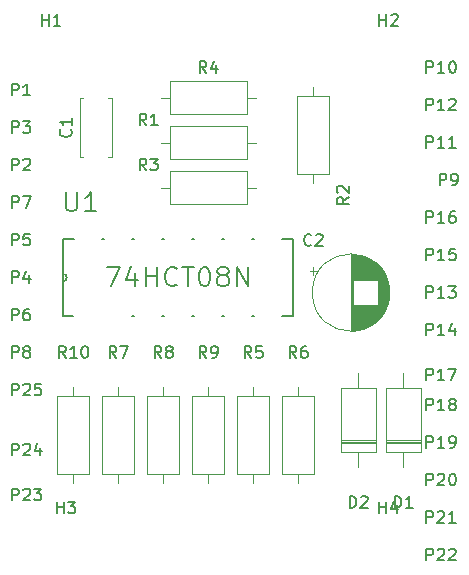
<source format=gbr>
%TF.GenerationSoftware,KiCad,Pcbnew,7.0.8*%
%TF.CreationDate,2023-10-24T07:18:53+02:00*%
%TF.ProjectId,convertisseur-video-atari-2600-secam-kit,636f6e76-6572-4746-9973-736575722d76,rev?*%
%TF.SameCoordinates,Original*%
%TF.FileFunction,Legend,Top*%
%TF.FilePolarity,Positive*%
%FSLAX46Y46*%
G04 Gerber Fmt 4.6, Leading zero omitted, Abs format (unit mm)*
G04 Created by KiCad (PCBNEW 7.0.8) date 2023-10-24 07:18:53*
%MOMM*%
%LPD*%
G01*
G04 APERTURE LIST*
%ADD10C,0.150000*%
%ADD11C,0.120000*%
%ADD12C,0.152400*%
G04 APERTURE END LIST*
D10*
X109688333Y-96289580D02*
X109640714Y-96337200D01*
X109640714Y-96337200D02*
X109497857Y-96384819D01*
X109497857Y-96384819D02*
X109402619Y-96384819D01*
X109402619Y-96384819D02*
X109259762Y-96337200D01*
X109259762Y-96337200D02*
X109164524Y-96241961D01*
X109164524Y-96241961D02*
X109116905Y-96146723D01*
X109116905Y-96146723D02*
X109069286Y-95956247D01*
X109069286Y-95956247D02*
X109069286Y-95813390D01*
X109069286Y-95813390D02*
X109116905Y-95622914D01*
X109116905Y-95622914D02*
X109164524Y-95527676D01*
X109164524Y-95527676D02*
X109259762Y-95432438D01*
X109259762Y-95432438D02*
X109402619Y-95384819D01*
X109402619Y-95384819D02*
X109497857Y-95384819D01*
X109497857Y-95384819D02*
X109640714Y-95432438D01*
X109640714Y-95432438D02*
X109688333Y-95480057D01*
X110069286Y-95480057D02*
X110116905Y-95432438D01*
X110116905Y-95432438D02*
X110212143Y-95384819D01*
X110212143Y-95384819D02*
X110450238Y-95384819D01*
X110450238Y-95384819D02*
X110545476Y-95432438D01*
X110545476Y-95432438D02*
X110593095Y-95480057D01*
X110593095Y-95480057D02*
X110640714Y-95575295D01*
X110640714Y-95575295D02*
X110640714Y-95670533D01*
X110640714Y-95670533D02*
X110593095Y-95813390D01*
X110593095Y-95813390D02*
X110021667Y-96384819D01*
X110021667Y-96384819D02*
X110640714Y-96384819D01*
X86868095Y-77749819D02*
X86868095Y-76749819D01*
X86868095Y-77226009D02*
X87439523Y-77226009D01*
X87439523Y-77749819D02*
X87439523Y-76749819D01*
X88439523Y-77749819D02*
X87868095Y-77749819D01*
X88153809Y-77749819D02*
X88153809Y-76749819D01*
X88153809Y-76749819D02*
X88058571Y-76892676D01*
X88058571Y-76892676D02*
X87963333Y-76987914D01*
X87963333Y-76987914D02*
X87868095Y-77035533D01*
X88138095Y-119024819D02*
X88138095Y-118024819D01*
X88138095Y-118501009D02*
X88709523Y-118501009D01*
X88709523Y-119024819D02*
X88709523Y-118024819D01*
X89090476Y-118024819D02*
X89709523Y-118024819D01*
X89709523Y-118024819D02*
X89376190Y-118405771D01*
X89376190Y-118405771D02*
X89519047Y-118405771D01*
X89519047Y-118405771D02*
X89614285Y-118453390D01*
X89614285Y-118453390D02*
X89661904Y-118501009D01*
X89661904Y-118501009D02*
X89709523Y-118596247D01*
X89709523Y-118596247D02*
X89709523Y-118834342D01*
X89709523Y-118834342D02*
X89661904Y-118929580D01*
X89661904Y-118929580D02*
X89614285Y-118977200D01*
X89614285Y-118977200D02*
X89519047Y-119024819D01*
X89519047Y-119024819D02*
X89233333Y-119024819D01*
X89233333Y-119024819D02*
X89138095Y-118977200D01*
X89138095Y-118977200D02*
X89090476Y-118929580D01*
X84351905Y-105864819D02*
X84351905Y-104864819D01*
X84351905Y-104864819D02*
X84732857Y-104864819D01*
X84732857Y-104864819D02*
X84828095Y-104912438D01*
X84828095Y-104912438D02*
X84875714Y-104960057D01*
X84875714Y-104960057D02*
X84923333Y-105055295D01*
X84923333Y-105055295D02*
X84923333Y-105198152D01*
X84923333Y-105198152D02*
X84875714Y-105293390D01*
X84875714Y-105293390D02*
X84828095Y-105341009D01*
X84828095Y-105341009D02*
X84732857Y-105388628D01*
X84732857Y-105388628D02*
X84351905Y-105388628D01*
X85494762Y-105293390D02*
X85399524Y-105245771D01*
X85399524Y-105245771D02*
X85351905Y-105198152D01*
X85351905Y-105198152D02*
X85304286Y-105102914D01*
X85304286Y-105102914D02*
X85304286Y-105055295D01*
X85304286Y-105055295D02*
X85351905Y-104960057D01*
X85351905Y-104960057D02*
X85399524Y-104912438D01*
X85399524Y-104912438D02*
X85494762Y-104864819D01*
X85494762Y-104864819D02*
X85685238Y-104864819D01*
X85685238Y-104864819D02*
X85780476Y-104912438D01*
X85780476Y-104912438D02*
X85828095Y-104960057D01*
X85828095Y-104960057D02*
X85875714Y-105055295D01*
X85875714Y-105055295D02*
X85875714Y-105102914D01*
X85875714Y-105102914D02*
X85828095Y-105198152D01*
X85828095Y-105198152D02*
X85780476Y-105245771D01*
X85780476Y-105245771D02*
X85685238Y-105293390D01*
X85685238Y-105293390D02*
X85494762Y-105293390D01*
X85494762Y-105293390D02*
X85399524Y-105341009D01*
X85399524Y-105341009D02*
X85351905Y-105388628D01*
X85351905Y-105388628D02*
X85304286Y-105483866D01*
X85304286Y-105483866D02*
X85304286Y-105674342D01*
X85304286Y-105674342D02*
X85351905Y-105769580D01*
X85351905Y-105769580D02*
X85399524Y-105817200D01*
X85399524Y-105817200D02*
X85494762Y-105864819D01*
X85494762Y-105864819D02*
X85685238Y-105864819D01*
X85685238Y-105864819D02*
X85780476Y-105817200D01*
X85780476Y-105817200D02*
X85828095Y-105769580D01*
X85828095Y-105769580D02*
X85875714Y-105674342D01*
X85875714Y-105674342D02*
X85875714Y-105483866D01*
X85875714Y-105483866D02*
X85828095Y-105388628D01*
X85828095Y-105388628D02*
X85780476Y-105341009D01*
X85780476Y-105341009D02*
X85685238Y-105293390D01*
X100798333Y-105864819D02*
X100465000Y-105388628D01*
X100226905Y-105864819D02*
X100226905Y-104864819D01*
X100226905Y-104864819D02*
X100607857Y-104864819D01*
X100607857Y-104864819D02*
X100703095Y-104912438D01*
X100703095Y-104912438D02*
X100750714Y-104960057D01*
X100750714Y-104960057D02*
X100798333Y-105055295D01*
X100798333Y-105055295D02*
X100798333Y-105198152D01*
X100798333Y-105198152D02*
X100750714Y-105293390D01*
X100750714Y-105293390D02*
X100703095Y-105341009D01*
X100703095Y-105341009D02*
X100607857Y-105388628D01*
X100607857Y-105388628D02*
X100226905Y-105388628D01*
X101274524Y-105864819D02*
X101465000Y-105864819D01*
X101465000Y-105864819D02*
X101560238Y-105817200D01*
X101560238Y-105817200D02*
X101607857Y-105769580D01*
X101607857Y-105769580D02*
X101703095Y-105626723D01*
X101703095Y-105626723D02*
X101750714Y-105436247D01*
X101750714Y-105436247D02*
X101750714Y-105055295D01*
X101750714Y-105055295D02*
X101703095Y-104960057D01*
X101703095Y-104960057D02*
X101655476Y-104912438D01*
X101655476Y-104912438D02*
X101560238Y-104864819D01*
X101560238Y-104864819D02*
X101369762Y-104864819D01*
X101369762Y-104864819D02*
X101274524Y-104912438D01*
X101274524Y-104912438D02*
X101226905Y-104960057D01*
X101226905Y-104960057D02*
X101179286Y-105055295D01*
X101179286Y-105055295D02*
X101179286Y-105293390D01*
X101179286Y-105293390D02*
X101226905Y-105388628D01*
X101226905Y-105388628D02*
X101274524Y-105436247D01*
X101274524Y-105436247D02*
X101369762Y-105483866D01*
X101369762Y-105483866D02*
X101560238Y-105483866D01*
X101560238Y-105483866D02*
X101655476Y-105436247D01*
X101655476Y-105436247D02*
X101703095Y-105388628D01*
X101703095Y-105388628D02*
X101750714Y-105293390D01*
X84351905Y-83639819D02*
X84351905Y-82639819D01*
X84351905Y-82639819D02*
X84732857Y-82639819D01*
X84732857Y-82639819D02*
X84828095Y-82687438D01*
X84828095Y-82687438D02*
X84875714Y-82735057D01*
X84875714Y-82735057D02*
X84923333Y-82830295D01*
X84923333Y-82830295D02*
X84923333Y-82973152D01*
X84923333Y-82973152D02*
X84875714Y-83068390D01*
X84875714Y-83068390D02*
X84828095Y-83116009D01*
X84828095Y-83116009D02*
X84732857Y-83163628D01*
X84732857Y-83163628D02*
X84351905Y-83163628D01*
X85875714Y-83639819D02*
X85304286Y-83639819D01*
X85590000Y-83639819D02*
X85590000Y-82639819D01*
X85590000Y-82639819D02*
X85494762Y-82782676D01*
X85494762Y-82782676D02*
X85399524Y-82877914D01*
X85399524Y-82877914D02*
X85304286Y-82925533D01*
X119435714Y-97609819D02*
X119435714Y-96609819D01*
X119435714Y-96609819D02*
X119816666Y-96609819D01*
X119816666Y-96609819D02*
X119911904Y-96657438D01*
X119911904Y-96657438D02*
X119959523Y-96705057D01*
X119959523Y-96705057D02*
X120007142Y-96800295D01*
X120007142Y-96800295D02*
X120007142Y-96943152D01*
X120007142Y-96943152D02*
X119959523Y-97038390D01*
X119959523Y-97038390D02*
X119911904Y-97086009D01*
X119911904Y-97086009D02*
X119816666Y-97133628D01*
X119816666Y-97133628D02*
X119435714Y-97133628D01*
X120959523Y-97609819D02*
X120388095Y-97609819D01*
X120673809Y-97609819D02*
X120673809Y-96609819D01*
X120673809Y-96609819D02*
X120578571Y-96752676D01*
X120578571Y-96752676D02*
X120483333Y-96847914D01*
X120483333Y-96847914D02*
X120388095Y-96895533D01*
X121864285Y-96609819D02*
X121388095Y-96609819D01*
X121388095Y-96609819D02*
X121340476Y-97086009D01*
X121340476Y-97086009D02*
X121388095Y-97038390D01*
X121388095Y-97038390D02*
X121483333Y-96990771D01*
X121483333Y-96990771D02*
X121721428Y-96990771D01*
X121721428Y-96990771D02*
X121816666Y-97038390D01*
X121816666Y-97038390D02*
X121864285Y-97086009D01*
X121864285Y-97086009D02*
X121911904Y-97181247D01*
X121911904Y-97181247D02*
X121911904Y-97419342D01*
X121911904Y-97419342D02*
X121864285Y-97514580D01*
X121864285Y-97514580D02*
X121816666Y-97562200D01*
X121816666Y-97562200D02*
X121721428Y-97609819D01*
X121721428Y-97609819D02*
X121483333Y-97609819D01*
X121483333Y-97609819D02*
X121388095Y-97562200D01*
X121388095Y-97562200D02*
X121340476Y-97514580D01*
X84351905Y-114119819D02*
X84351905Y-113119819D01*
X84351905Y-113119819D02*
X84732857Y-113119819D01*
X84732857Y-113119819D02*
X84828095Y-113167438D01*
X84828095Y-113167438D02*
X84875714Y-113215057D01*
X84875714Y-113215057D02*
X84923333Y-113310295D01*
X84923333Y-113310295D02*
X84923333Y-113453152D01*
X84923333Y-113453152D02*
X84875714Y-113548390D01*
X84875714Y-113548390D02*
X84828095Y-113596009D01*
X84828095Y-113596009D02*
X84732857Y-113643628D01*
X84732857Y-113643628D02*
X84351905Y-113643628D01*
X85304286Y-113215057D02*
X85351905Y-113167438D01*
X85351905Y-113167438D02*
X85447143Y-113119819D01*
X85447143Y-113119819D02*
X85685238Y-113119819D01*
X85685238Y-113119819D02*
X85780476Y-113167438D01*
X85780476Y-113167438D02*
X85828095Y-113215057D01*
X85828095Y-113215057D02*
X85875714Y-113310295D01*
X85875714Y-113310295D02*
X85875714Y-113405533D01*
X85875714Y-113405533D02*
X85828095Y-113548390D01*
X85828095Y-113548390D02*
X85256667Y-114119819D01*
X85256667Y-114119819D02*
X85875714Y-114119819D01*
X86732857Y-113453152D02*
X86732857Y-114119819D01*
X86494762Y-113072200D02*
X86256667Y-113786485D01*
X86256667Y-113786485D02*
X86875714Y-113786485D01*
X84351905Y-86814819D02*
X84351905Y-85814819D01*
X84351905Y-85814819D02*
X84732857Y-85814819D01*
X84732857Y-85814819D02*
X84828095Y-85862438D01*
X84828095Y-85862438D02*
X84875714Y-85910057D01*
X84875714Y-85910057D02*
X84923333Y-86005295D01*
X84923333Y-86005295D02*
X84923333Y-86148152D01*
X84923333Y-86148152D02*
X84875714Y-86243390D01*
X84875714Y-86243390D02*
X84828095Y-86291009D01*
X84828095Y-86291009D02*
X84732857Y-86338628D01*
X84732857Y-86338628D02*
X84351905Y-86338628D01*
X85256667Y-85814819D02*
X85875714Y-85814819D01*
X85875714Y-85814819D02*
X85542381Y-86195771D01*
X85542381Y-86195771D02*
X85685238Y-86195771D01*
X85685238Y-86195771D02*
X85780476Y-86243390D01*
X85780476Y-86243390D02*
X85828095Y-86291009D01*
X85828095Y-86291009D02*
X85875714Y-86386247D01*
X85875714Y-86386247D02*
X85875714Y-86624342D01*
X85875714Y-86624342D02*
X85828095Y-86719580D01*
X85828095Y-86719580D02*
X85780476Y-86767200D01*
X85780476Y-86767200D02*
X85685238Y-86814819D01*
X85685238Y-86814819D02*
X85399524Y-86814819D01*
X85399524Y-86814819D02*
X85304286Y-86767200D01*
X85304286Y-86767200D02*
X85256667Y-86719580D01*
X96988333Y-105864819D02*
X96655000Y-105388628D01*
X96416905Y-105864819D02*
X96416905Y-104864819D01*
X96416905Y-104864819D02*
X96797857Y-104864819D01*
X96797857Y-104864819D02*
X96893095Y-104912438D01*
X96893095Y-104912438D02*
X96940714Y-104960057D01*
X96940714Y-104960057D02*
X96988333Y-105055295D01*
X96988333Y-105055295D02*
X96988333Y-105198152D01*
X96988333Y-105198152D02*
X96940714Y-105293390D01*
X96940714Y-105293390D02*
X96893095Y-105341009D01*
X96893095Y-105341009D02*
X96797857Y-105388628D01*
X96797857Y-105388628D02*
X96416905Y-105388628D01*
X97559762Y-105293390D02*
X97464524Y-105245771D01*
X97464524Y-105245771D02*
X97416905Y-105198152D01*
X97416905Y-105198152D02*
X97369286Y-105102914D01*
X97369286Y-105102914D02*
X97369286Y-105055295D01*
X97369286Y-105055295D02*
X97416905Y-104960057D01*
X97416905Y-104960057D02*
X97464524Y-104912438D01*
X97464524Y-104912438D02*
X97559762Y-104864819D01*
X97559762Y-104864819D02*
X97750238Y-104864819D01*
X97750238Y-104864819D02*
X97845476Y-104912438D01*
X97845476Y-104912438D02*
X97893095Y-104960057D01*
X97893095Y-104960057D02*
X97940714Y-105055295D01*
X97940714Y-105055295D02*
X97940714Y-105102914D01*
X97940714Y-105102914D02*
X97893095Y-105198152D01*
X97893095Y-105198152D02*
X97845476Y-105245771D01*
X97845476Y-105245771D02*
X97750238Y-105293390D01*
X97750238Y-105293390D02*
X97559762Y-105293390D01*
X97559762Y-105293390D02*
X97464524Y-105341009D01*
X97464524Y-105341009D02*
X97416905Y-105388628D01*
X97416905Y-105388628D02*
X97369286Y-105483866D01*
X97369286Y-105483866D02*
X97369286Y-105674342D01*
X97369286Y-105674342D02*
X97416905Y-105769580D01*
X97416905Y-105769580D02*
X97464524Y-105817200D01*
X97464524Y-105817200D02*
X97559762Y-105864819D01*
X97559762Y-105864819D02*
X97750238Y-105864819D01*
X97750238Y-105864819D02*
X97845476Y-105817200D01*
X97845476Y-105817200D02*
X97893095Y-105769580D01*
X97893095Y-105769580D02*
X97940714Y-105674342D01*
X97940714Y-105674342D02*
X97940714Y-105483866D01*
X97940714Y-105483866D02*
X97893095Y-105388628D01*
X97893095Y-105388628D02*
X97845476Y-105341009D01*
X97845476Y-105341009D02*
X97750238Y-105293390D01*
X119435714Y-107769819D02*
X119435714Y-106769819D01*
X119435714Y-106769819D02*
X119816666Y-106769819D01*
X119816666Y-106769819D02*
X119911904Y-106817438D01*
X119911904Y-106817438D02*
X119959523Y-106865057D01*
X119959523Y-106865057D02*
X120007142Y-106960295D01*
X120007142Y-106960295D02*
X120007142Y-107103152D01*
X120007142Y-107103152D02*
X119959523Y-107198390D01*
X119959523Y-107198390D02*
X119911904Y-107246009D01*
X119911904Y-107246009D02*
X119816666Y-107293628D01*
X119816666Y-107293628D02*
X119435714Y-107293628D01*
X120959523Y-107769819D02*
X120388095Y-107769819D01*
X120673809Y-107769819D02*
X120673809Y-106769819D01*
X120673809Y-106769819D02*
X120578571Y-106912676D01*
X120578571Y-106912676D02*
X120483333Y-107007914D01*
X120483333Y-107007914D02*
X120388095Y-107055533D01*
X121292857Y-106769819D02*
X121959523Y-106769819D01*
X121959523Y-106769819D02*
X121530952Y-107769819D01*
X108418333Y-105864819D02*
X108085000Y-105388628D01*
X107846905Y-105864819D02*
X107846905Y-104864819D01*
X107846905Y-104864819D02*
X108227857Y-104864819D01*
X108227857Y-104864819D02*
X108323095Y-104912438D01*
X108323095Y-104912438D02*
X108370714Y-104960057D01*
X108370714Y-104960057D02*
X108418333Y-105055295D01*
X108418333Y-105055295D02*
X108418333Y-105198152D01*
X108418333Y-105198152D02*
X108370714Y-105293390D01*
X108370714Y-105293390D02*
X108323095Y-105341009D01*
X108323095Y-105341009D02*
X108227857Y-105388628D01*
X108227857Y-105388628D02*
X107846905Y-105388628D01*
X109275476Y-104864819D02*
X109085000Y-104864819D01*
X109085000Y-104864819D02*
X108989762Y-104912438D01*
X108989762Y-104912438D02*
X108942143Y-104960057D01*
X108942143Y-104960057D02*
X108846905Y-105102914D01*
X108846905Y-105102914D02*
X108799286Y-105293390D01*
X108799286Y-105293390D02*
X108799286Y-105674342D01*
X108799286Y-105674342D02*
X108846905Y-105769580D01*
X108846905Y-105769580D02*
X108894524Y-105817200D01*
X108894524Y-105817200D02*
X108989762Y-105864819D01*
X108989762Y-105864819D02*
X109180238Y-105864819D01*
X109180238Y-105864819D02*
X109275476Y-105817200D01*
X109275476Y-105817200D02*
X109323095Y-105769580D01*
X109323095Y-105769580D02*
X109370714Y-105674342D01*
X109370714Y-105674342D02*
X109370714Y-105436247D01*
X109370714Y-105436247D02*
X109323095Y-105341009D01*
X109323095Y-105341009D02*
X109275476Y-105293390D01*
X109275476Y-105293390D02*
X109180238Y-105245771D01*
X109180238Y-105245771D02*
X108989762Y-105245771D01*
X108989762Y-105245771D02*
X108894524Y-105293390D01*
X108894524Y-105293390D02*
X108846905Y-105341009D01*
X108846905Y-105341009D02*
X108799286Y-105436247D01*
X95718333Y-89989819D02*
X95385000Y-89513628D01*
X95146905Y-89989819D02*
X95146905Y-88989819D01*
X95146905Y-88989819D02*
X95527857Y-88989819D01*
X95527857Y-88989819D02*
X95623095Y-89037438D01*
X95623095Y-89037438D02*
X95670714Y-89085057D01*
X95670714Y-89085057D02*
X95718333Y-89180295D01*
X95718333Y-89180295D02*
X95718333Y-89323152D01*
X95718333Y-89323152D02*
X95670714Y-89418390D01*
X95670714Y-89418390D02*
X95623095Y-89466009D01*
X95623095Y-89466009D02*
X95527857Y-89513628D01*
X95527857Y-89513628D02*
X95146905Y-89513628D01*
X96051667Y-88989819D02*
X96670714Y-88989819D01*
X96670714Y-88989819D02*
X96337381Y-89370771D01*
X96337381Y-89370771D02*
X96480238Y-89370771D01*
X96480238Y-89370771D02*
X96575476Y-89418390D01*
X96575476Y-89418390D02*
X96623095Y-89466009D01*
X96623095Y-89466009D02*
X96670714Y-89561247D01*
X96670714Y-89561247D02*
X96670714Y-89799342D01*
X96670714Y-89799342D02*
X96623095Y-89894580D01*
X96623095Y-89894580D02*
X96575476Y-89942200D01*
X96575476Y-89942200D02*
X96480238Y-89989819D01*
X96480238Y-89989819D02*
X96194524Y-89989819D01*
X96194524Y-89989819D02*
X96099286Y-89942200D01*
X96099286Y-89942200D02*
X96051667Y-89894580D01*
X119435714Y-100784819D02*
X119435714Y-99784819D01*
X119435714Y-99784819D02*
X119816666Y-99784819D01*
X119816666Y-99784819D02*
X119911904Y-99832438D01*
X119911904Y-99832438D02*
X119959523Y-99880057D01*
X119959523Y-99880057D02*
X120007142Y-99975295D01*
X120007142Y-99975295D02*
X120007142Y-100118152D01*
X120007142Y-100118152D02*
X119959523Y-100213390D01*
X119959523Y-100213390D02*
X119911904Y-100261009D01*
X119911904Y-100261009D02*
X119816666Y-100308628D01*
X119816666Y-100308628D02*
X119435714Y-100308628D01*
X120959523Y-100784819D02*
X120388095Y-100784819D01*
X120673809Y-100784819D02*
X120673809Y-99784819D01*
X120673809Y-99784819D02*
X120578571Y-99927676D01*
X120578571Y-99927676D02*
X120483333Y-100022914D01*
X120483333Y-100022914D02*
X120388095Y-100070533D01*
X121292857Y-99784819D02*
X121911904Y-99784819D01*
X121911904Y-99784819D02*
X121578571Y-100165771D01*
X121578571Y-100165771D02*
X121721428Y-100165771D01*
X121721428Y-100165771D02*
X121816666Y-100213390D01*
X121816666Y-100213390D02*
X121864285Y-100261009D01*
X121864285Y-100261009D02*
X121911904Y-100356247D01*
X121911904Y-100356247D02*
X121911904Y-100594342D01*
X121911904Y-100594342D02*
X121864285Y-100689580D01*
X121864285Y-100689580D02*
X121816666Y-100737200D01*
X121816666Y-100737200D02*
X121721428Y-100784819D01*
X121721428Y-100784819D02*
X121435714Y-100784819D01*
X121435714Y-100784819D02*
X121340476Y-100737200D01*
X121340476Y-100737200D02*
X121292857Y-100689580D01*
X115443095Y-119024819D02*
X115443095Y-118024819D01*
X115443095Y-118501009D02*
X116014523Y-118501009D01*
X116014523Y-119024819D02*
X116014523Y-118024819D01*
X116919285Y-118358152D02*
X116919285Y-119024819D01*
X116681190Y-117977200D02*
X116443095Y-118691485D01*
X116443095Y-118691485D02*
X117062142Y-118691485D01*
X84351905Y-109039819D02*
X84351905Y-108039819D01*
X84351905Y-108039819D02*
X84732857Y-108039819D01*
X84732857Y-108039819D02*
X84828095Y-108087438D01*
X84828095Y-108087438D02*
X84875714Y-108135057D01*
X84875714Y-108135057D02*
X84923333Y-108230295D01*
X84923333Y-108230295D02*
X84923333Y-108373152D01*
X84923333Y-108373152D02*
X84875714Y-108468390D01*
X84875714Y-108468390D02*
X84828095Y-108516009D01*
X84828095Y-108516009D02*
X84732857Y-108563628D01*
X84732857Y-108563628D02*
X84351905Y-108563628D01*
X85304286Y-108135057D02*
X85351905Y-108087438D01*
X85351905Y-108087438D02*
X85447143Y-108039819D01*
X85447143Y-108039819D02*
X85685238Y-108039819D01*
X85685238Y-108039819D02*
X85780476Y-108087438D01*
X85780476Y-108087438D02*
X85828095Y-108135057D01*
X85828095Y-108135057D02*
X85875714Y-108230295D01*
X85875714Y-108230295D02*
X85875714Y-108325533D01*
X85875714Y-108325533D02*
X85828095Y-108468390D01*
X85828095Y-108468390D02*
X85256667Y-109039819D01*
X85256667Y-109039819D02*
X85875714Y-109039819D01*
X86780476Y-108039819D02*
X86304286Y-108039819D01*
X86304286Y-108039819D02*
X86256667Y-108516009D01*
X86256667Y-108516009D02*
X86304286Y-108468390D01*
X86304286Y-108468390D02*
X86399524Y-108420771D01*
X86399524Y-108420771D02*
X86637619Y-108420771D01*
X86637619Y-108420771D02*
X86732857Y-108468390D01*
X86732857Y-108468390D02*
X86780476Y-108516009D01*
X86780476Y-108516009D02*
X86828095Y-108611247D01*
X86828095Y-108611247D02*
X86828095Y-108849342D01*
X86828095Y-108849342D02*
X86780476Y-108944580D01*
X86780476Y-108944580D02*
X86732857Y-108992200D01*
X86732857Y-108992200D02*
X86637619Y-109039819D01*
X86637619Y-109039819D02*
X86399524Y-109039819D01*
X86399524Y-109039819D02*
X86304286Y-108992200D01*
X86304286Y-108992200D02*
X86256667Y-108944580D01*
X88920476Y-91820896D02*
X88920476Y-93148515D01*
X88920476Y-93148515D02*
X88998571Y-93304705D01*
X88998571Y-93304705D02*
X89076666Y-93382801D01*
X89076666Y-93382801D02*
X89232857Y-93460896D01*
X89232857Y-93460896D02*
X89545238Y-93460896D01*
X89545238Y-93460896D02*
X89701428Y-93382801D01*
X89701428Y-93382801D02*
X89779523Y-93304705D01*
X89779523Y-93304705D02*
X89857619Y-93148515D01*
X89857619Y-93148515D02*
X89857619Y-91820896D01*
X91497618Y-93460896D02*
X90560475Y-93460896D01*
X91029047Y-93460896D02*
X91029047Y-91820896D01*
X91029047Y-91820896D02*
X90872856Y-92055181D01*
X90872856Y-92055181D02*
X90716666Y-92211372D01*
X90716666Y-92211372D02*
X90560475Y-92289467D01*
X92372618Y-98170896D02*
X93465952Y-98170896D01*
X93465952Y-98170896D02*
X92763094Y-99810896D01*
X94793571Y-98717562D02*
X94793571Y-99810896D01*
X94403095Y-98092801D02*
X94012618Y-99264229D01*
X94012618Y-99264229D02*
X95027857Y-99264229D01*
X95652619Y-99810896D02*
X95652619Y-98170896D01*
X95652619Y-98951848D02*
X96589762Y-98951848D01*
X96589762Y-99810896D02*
X96589762Y-98170896D01*
X98307857Y-99654705D02*
X98229761Y-99732801D01*
X98229761Y-99732801D02*
X97995476Y-99810896D01*
X97995476Y-99810896D02*
X97839285Y-99810896D01*
X97839285Y-99810896D02*
X97604999Y-99732801D01*
X97604999Y-99732801D02*
X97448809Y-99576610D01*
X97448809Y-99576610D02*
X97370714Y-99420420D01*
X97370714Y-99420420D02*
X97292618Y-99108039D01*
X97292618Y-99108039D02*
X97292618Y-98873753D01*
X97292618Y-98873753D02*
X97370714Y-98561372D01*
X97370714Y-98561372D02*
X97448809Y-98405181D01*
X97448809Y-98405181D02*
X97604999Y-98248991D01*
X97604999Y-98248991D02*
X97839285Y-98170896D01*
X97839285Y-98170896D02*
X97995476Y-98170896D01*
X97995476Y-98170896D02*
X98229761Y-98248991D01*
X98229761Y-98248991D02*
X98307857Y-98327086D01*
X98776428Y-98170896D02*
X99713571Y-98170896D01*
X99244999Y-99810896D02*
X99244999Y-98170896D01*
X100572619Y-98170896D02*
X100728809Y-98170896D01*
X100728809Y-98170896D02*
X100885000Y-98248991D01*
X100885000Y-98248991D02*
X100963095Y-98327086D01*
X100963095Y-98327086D02*
X101041190Y-98483277D01*
X101041190Y-98483277D02*
X101119285Y-98795658D01*
X101119285Y-98795658D02*
X101119285Y-99186134D01*
X101119285Y-99186134D02*
X101041190Y-99498515D01*
X101041190Y-99498515D02*
X100963095Y-99654705D01*
X100963095Y-99654705D02*
X100885000Y-99732801D01*
X100885000Y-99732801D02*
X100728809Y-99810896D01*
X100728809Y-99810896D02*
X100572619Y-99810896D01*
X100572619Y-99810896D02*
X100416428Y-99732801D01*
X100416428Y-99732801D02*
X100338333Y-99654705D01*
X100338333Y-99654705D02*
X100260238Y-99498515D01*
X100260238Y-99498515D02*
X100182142Y-99186134D01*
X100182142Y-99186134D02*
X100182142Y-98795658D01*
X100182142Y-98795658D02*
X100260238Y-98483277D01*
X100260238Y-98483277D02*
X100338333Y-98327086D01*
X100338333Y-98327086D02*
X100416428Y-98248991D01*
X100416428Y-98248991D02*
X100572619Y-98170896D01*
X102056428Y-98873753D02*
X101900238Y-98795658D01*
X101900238Y-98795658D02*
X101822143Y-98717562D01*
X101822143Y-98717562D02*
X101744047Y-98561372D01*
X101744047Y-98561372D02*
X101744047Y-98483277D01*
X101744047Y-98483277D02*
X101822143Y-98327086D01*
X101822143Y-98327086D02*
X101900238Y-98248991D01*
X101900238Y-98248991D02*
X102056428Y-98170896D01*
X102056428Y-98170896D02*
X102368809Y-98170896D01*
X102368809Y-98170896D02*
X102525000Y-98248991D01*
X102525000Y-98248991D02*
X102603095Y-98327086D01*
X102603095Y-98327086D02*
X102681190Y-98483277D01*
X102681190Y-98483277D02*
X102681190Y-98561372D01*
X102681190Y-98561372D02*
X102603095Y-98717562D01*
X102603095Y-98717562D02*
X102525000Y-98795658D01*
X102525000Y-98795658D02*
X102368809Y-98873753D01*
X102368809Y-98873753D02*
X102056428Y-98873753D01*
X102056428Y-98873753D02*
X101900238Y-98951848D01*
X101900238Y-98951848D02*
X101822143Y-99029943D01*
X101822143Y-99029943D02*
X101744047Y-99186134D01*
X101744047Y-99186134D02*
X101744047Y-99498515D01*
X101744047Y-99498515D02*
X101822143Y-99654705D01*
X101822143Y-99654705D02*
X101900238Y-99732801D01*
X101900238Y-99732801D02*
X102056428Y-99810896D01*
X102056428Y-99810896D02*
X102368809Y-99810896D01*
X102368809Y-99810896D02*
X102525000Y-99732801D01*
X102525000Y-99732801D02*
X102603095Y-99654705D01*
X102603095Y-99654705D02*
X102681190Y-99498515D01*
X102681190Y-99498515D02*
X102681190Y-99186134D01*
X102681190Y-99186134D02*
X102603095Y-99029943D01*
X102603095Y-99029943D02*
X102525000Y-98951848D01*
X102525000Y-98951848D02*
X102368809Y-98873753D01*
X103384048Y-99810896D02*
X103384048Y-98170896D01*
X103384048Y-98170896D02*
X104321191Y-99810896D01*
X104321191Y-99810896D02*
X104321191Y-98170896D01*
X119435714Y-123009819D02*
X119435714Y-122009819D01*
X119435714Y-122009819D02*
X119816666Y-122009819D01*
X119816666Y-122009819D02*
X119911904Y-122057438D01*
X119911904Y-122057438D02*
X119959523Y-122105057D01*
X119959523Y-122105057D02*
X120007142Y-122200295D01*
X120007142Y-122200295D02*
X120007142Y-122343152D01*
X120007142Y-122343152D02*
X119959523Y-122438390D01*
X119959523Y-122438390D02*
X119911904Y-122486009D01*
X119911904Y-122486009D02*
X119816666Y-122533628D01*
X119816666Y-122533628D02*
X119435714Y-122533628D01*
X120388095Y-122105057D02*
X120435714Y-122057438D01*
X120435714Y-122057438D02*
X120530952Y-122009819D01*
X120530952Y-122009819D02*
X120769047Y-122009819D01*
X120769047Y-122009819D02*
X120864285Y-122057438D01*
X120864285Y-122057438D02*
X120911904Y-122105057D01*
X120911904Y-122105057D02*
X120959523Y-122200295D01*
X120959523Y-122200295D02*
X120959523Y-122295533D01*
X120959523Y-122295533D02*
X120911904Y-122438390D01*
X120911904Y-122438390D02*
X120340476Y-123009819D01*
X120340476Y-123009819D02*
X120959523Y-123009819D01*
X121340476Y-122105057D02*
X121388095Y-122057438D01*
X121388095Y-122057438D02*
X121483333Y-122009819D01*
X121483333Y-122009819D02*
X121721428Y-122009819D01*
X121721428Y-122009819D02*
X121816666Y-122057438D01*
X121816666Y-122057438D02*
X121864285Y-122105057D01*
X121864285Y-122105057D02*
X121911904Y-122200295D01*
X121911904Y-122200295D02*
X121911904Y-122295533D01*
X121911904Y-122295533D02*
X121864285Y-122438390D01*
X121864285Y-122438390D02*
X121292857Y-123009819D01*
X121292857Y-123009819D02*
X121911904Y-123009819D01*
X104608333Y-105864819D02*
X104275000Y-105388628D01*
X104036905Y-105864819D02*
X104036905Y-104864819D01*
X104036905Y-104864819D02*
X104417857Y-104864819D01*
X104417857Y-104864819D02*
X104513095Y-104912438D01*
X104513095Y-104912438D02*
X104560714Y-104960057D01*
X104560714Y-104960057D02*
X104608333Y-105055295D01*
X104608333Y-105055295D02*
X104608333Y-105198152D01*
X104608333Y-105198152D02*
X104560714Y-105293390D01*
X104560714Y-105293390D02*
X104513095Y-105341009D01*
X104513095Y-105341009D02*
X104417857Y-105388628D01*
X104417857Y-105388628D02*
X104036905Y-105388628D01*
X105513095Y-104864819D02*
X105036905Y-104864819D01*
X105036905Y-104864819D02*
X104989286Y-105341009D01*
X104989286Y-105341009D02*
X105036905Y-105293390D01*
X105036905Y-105293390D02*
X105132143Y-105245771D01*
X105132143Y-105245771D02*
X105370238Y-105245771D01*
X105370238Y-105245771D02*
X105465476Y-105293390D01*
X105465476Y-105293390D02*
X105513095Y-105341009D01*
X105513095Y-105341009D02*
X105560714Y-105436247D01*
X105560714Y-105436247D02*
X105560714Y-105674342D01*
X105560714Y-105674342D02*
X105513095Y-105769580D01*
X105513095Y-105769580D02*
X105465476Y-105817200D01*
X105465476Y-105817200D02*
X105370238Y-105864819D01*
X105370238Y-105864819D02*
X105132143Y-105864819D01*
X105132143Y-105864819D02*
X105036905Y-105817200D01*
X105036905Y-105817200D02*
X104989286Y-105769580D01*
X95718333Y-86179819D02*
X95385000Y-85703628D01*
X95146905Y-86179819D02*
X95146905Y-85179819D01*
X95146905Y-85179819D02*
X95527857Y-85179819D01*
X95527857Y-85179819D02*
X95623095Y-85227438D01*
X95623095Y-85227438D02*
X95670714Y-85275057D01*
X95670714Y-85275057D02*
X95718333Y-85370295D01*
X95718333Y-85370295D02*
X95718333Y-85513152D01*
X95718333Y-85513152D02*
X95670714Y-85608390D01*
X95670714Y-85608390D02*
X95623095Y-85656009D01*
X95623095Y-85656009D02*
X95527857Y-85703628D01*
X95527857Y-85703628D02*
X95146905Y-85703628D01*
X96670714Y-86179819D02*
X96099286Y-86179819D01*
X96385000Y-86179819D02*
X96385000Y-85179819D01*
X96385000Y-85179819D02*
X96289762Y-85322676D01*
X96289762Y-85322676D02*
X96194524Y-85417914D01*
X96194524Y-85417914D02*
X96099286Y-85465533D01*
X89299580Y-86526666D02*
X89347200Y-86574285D01*
X89347200Y-86574285D02*
X89394819Y-86717142D01*
X89394819Y-86717142D02*
X89394819Y-86812380D01*
X89394819Y-86812380D02*
X89347200Y-86955237D01*
X89347200Y-86955237D02*
X89251961Y-87050475D01*
X89251961Y-87050475D02*
X89156723Y-87098094D01*
X89156723Y-87098094D02*
X88966247Y-87145713D01*
X88966247Y-87145713D02*
X88823390Y-87145713D01*
X88823390Y-87145713D02*
X88632914Y-87098094D01*
X88632914Y-87098094D02*
X88537676Y-87050475D01*
X88537676Y-87050475D02*
X88442438Y-86955237D01*
X88442438Y-86955237D02*
X88394819Y-86812380D01*
X88394819Y-86812380D02*
X88394819Y-86717142D01*
X88394819Y-86717142D02*
X88442438Y-86574285D01*
X88442438Y-86574285D02*
X88490057Y-86526666D01*
X89394819Y-85574285D02*
X89394819Y-86145713D01*
X89394819Y-85859999D02*
X88394819Y-85859999D01*
X88394819Y-85859999D02*
X88537676Y-85955237D01*
X88537676Y-85955237D02*
X88632914Y-86050475D01*
X88632914Y-86050475D02*
X88680533Y-86145713D01*
X84351905Y-96339819D02*
X84351905Y-95339819D01*
X84351905Y-95339819D02*
X84732857Y-95339819D01*
X84732857Y-95339819D02*
X84828095Y-95387438D01*
X84828095Y-95387438D02*
X84875714Y-95435057D01*
X84875714Y-95435057D02*
X84923333Y-95530295D01*
X84923333Y-95530295D02*
X84923333Y-95673152D01*
X84923333Y-95673152D02*
X84875714Y-95768390D01*
X84875714Y-95768390D02*
X84828095Y-95816009D01*
X84828095Y-95816009D02*
X84732857Y-95863628D01*
X84732857Y-95863628D02*
X84351905Y-95863628D01*
X85828095Y-95339819D02*
X85351905Y-95339819D01*
X85351905Y-95339819D02*
X85304286Y-95816009D01*
X85304286Y-95816009D02*
X85351905Y-95768390D01*
X85351905Y-95768390D02*
X85447143Y-95720771D01*
X85447143Y-95720771D02*
X85685238Y-95720771D01*
X85685238Y-95720771D02*
X85780476Y-95768390D01*
X85780476Y-95768390D02*
X85828095Y-95816009D01*
X85828095Y-95816009D02*
X85875714Y-95911247D01*
X85875714Y-95911247D02*
X85875714Y-96149342D01*
X85875714Y-96149342D02*
X85828095Y-96244580D01*
X85828095Y-96244580D02*
X85780476Y-96292200D01*
X85780476Y-96292200D02*
X85685238Y-96339819D01*
X85685238Y-96339819D02*
X85447143Y-96339819D01*
X85447143Y-96339819D02*
X85351905Y-96292200D01*
X85351905Y-96292200D02*
X85304286Y-96244580D01*
X119435714Y-81734819D02*
X119435714Y-80734819D01*
X119435714Y-80734819D02*
X119816666Y-80734819D01*
X119816666Y-80734819D02*
X119911904Y-80782438D01*
X119911904Y-80782438D02*
X119959523Y-80830057D01*
X119959523Y-80830057D02*
X120007142Y-80925295D01*
X120007142Y-80925295D02*
X120007142Y-81068152D01*
X120007142Y-81068152D02*
X119959523Y-81163390D01*
X119959523Y-81163390D02*
X119911904Y-81211009D01*
X119911904Y-81211009D02*
X119816666Y-81258628D01*
X119816666Y-81258628D02*
X119435714Y-81258628D01*
X120959523Y-81734819D02*
X120388095Y-81734819D01*
X120673809Y-81734819D02*
X120673809Y-80734819D01*
X120673809Y-80734819D02*
X120578571Y-80877676D01*
X120578571Y-80877676D02*
X120483333Y-80972914D01*
X120483333Y-80972914D02*
X120388095Y-81020533D01*
X121578571Y-80734819D02*
X121673809Y-80734819D01*
X121673809Y-80734819D02*
X121769047Y-80782438D01*
X121769047Y-80782438D02*
X121816666Y-80830057D01*
X121816666Y-80830057D02*
X121864285Y-80925295D01*
X121864285Y-80925295D02*
X121911904Y-81115771D01*
X121911904Y-81115771D02*
X121911904Y-81353866D01*
X121911904Y-81353866D02*
X121864285Y-81544342D01*
X121864285Y-81544342D02*
X121816666Y-81639580D01*
X121816666Y-81639580D02*
X121769047Y-81687200D01*
X121769047Y-81687200D02*
X121673809Y-81734819D01*
X121673809Y-81734819D02*
X121578571Y-81734819D01*
X121578571Y-81734819D02*
X121483333Y-81687200D01*
X121483333Y-81687200D02*
X121435714Y-81639580D01*
X121435714Y-81639580D02*
X121388095Y-81544342D01*
X121388095Y-81544342D02*
X121340476Y-81353866D01*
X121340476Y-81353866D02*
X121340476Y-81115771D01*
X121340476Y-81115771D02*
X121388095Y-80925295D01*
X121388095Y-80925295D02*
X121435714Y-80830057D01*
X121435714Y-80830057D02*
X121483333Y-80782438D01*
X121483333Y-80782438D02*
X121578571Y-80734819D01*
X119435714Y-110309819D02*
X119435714Y-109309819D01*
X119435714Y-109309819D02*
X119816666Y-109309819D01*
X119816666Y-109309819D02*
X119911904Y-109357438D01*
X119911904Y-109357438D02*
X119959523Y-109405057D01*
X119959523Y-109405057D02*
X120007142Y-109500295D01*
X120007142Y-109500295D02*
X120007142Y-109643152D01*
X120007142Y-109643152D02*
X119959523Y-109738390D01*
X119959523Y-109738390D02*
X119911904Y-109786009D01*
X119911904Y-109786009D02*
X119816666Y-109833628D01*
X119816666Y-109833628D02*
X119435714Y-109833628D01*
X120959523Y-110309819D02*
X120388095Y-110309819D01*
X120673809Y-110309819D02*
X120673809Y-109309819D01*
X120673809Y-109309819D02*
X120578571Y-109452676D01*
X120578571Y-109452676D02*
X120483333Y-109547914D01*
X120483333Y-109547914D02*
X120388095Y-109595533D01*
X121530952Y-109738390D02*
X121435714Y-109690771D01*
X121435714Y-109690771D02*
X121388095Y-109643152D01*
X121388095Y-109643152D02*
X121340476Y-109547914D01*
X121340476Y-109547914D02*
X121340476Y-109500295D01*
X121340476Y-109500295D02*
X121388095Y-109405057D01*
X121388095Y-109405057D02*
X121435714Y-109357438D01*
X121435714Y-109357438D02*
X121530952Y-109309819D01*
X121530952Y-109309819D02*
X121721428Y-109309819D01*
X121721428Y-109309819D02*
X121816666Y-109357438D01*
X121816666Y-109357438D02*
X121864285Y-109405057D01*
X121864285Y-109405057D02*
X121911904Y-109500295D01*
X121911904Y-109500295D02*
X121911904Y-109547914D01*
X121911904Y-109547914D02*
X121864285Y-109643152D01*
X121864285Y-109643152D02*
X121816666Y-109690771D01*
X121816666Y-109690771D02*
X121721428Y-109738390D01*
X121721428Y-109738390D02*
X121530952Y-109738390D01*
X121530952Y-109738390D02*
X121435714Y-109786009D01*
X121435714Y-109786009D02*
X121388095Y-109833628D01*
X121388095Y-109833628D02*
X121340476Y-109928866D01*
X121340476Y-109928866D02*
X121340476Y-110119342D01*
X121340476Y-110119342D02*
X121388095Y-110214580D01*
X121388095Y-110214580D02*
X121435714Y-110262200D01*
X121435714Y-110262200D02*
X121530952Y-110309819D01*
X121530952Y-110309819D02*
X121721428Y-110309819D01*
X121721428Y-110309819D02*
X121816666Y-110262200D01*
X121816666Y-110262200D02*
X121864285Y-110214580D01*
X121864285Y-110214580D02*
X121911904Y-110119342D01*
X121911904Y-110119342D02*
X121911904Y-109928866D01*
X121911904Y-109928866D02*
X121864285Y-109833628D01*
X121864285Y-109833628D02*
X121816666Y-109786009D01*
X121816666Y-109786009D02*
X121721428Y-109738390D01*
X119435714Y-103959819D02*
X119435714Y-102959819D01*
X119435714Y-102959819D02*
X119816666Y-102959819D01*
X119816666Y-102959819D02*
X119911904Y-103007438D01*
X119911904Y-103007438D02*
X119959523Y-103055057D01*
X119959523Y-103055057D02*
X120007142Y-103150295D01*
X120007142Y-103150295D02*
X120007142Y-103293152D01*
X120007142Y-103293152D02*
X119959523Y-103388390D01*
X119959523Y-103388390D02*
X119911904Y-103436009D01*
X119911904Y-103436009D02*
X119816666Y-103483628D01*
X119816666Y-103483628D02*
X119435714Y-103483628D01*
X120959523Y-103959819D02*
X120388095Y-103959819D01*
X120673809Y-103959819D02*
X120673809Y-102959819D01*
X120673809Y-102959819D02*
X120578571Y-103102676D01*
X120578571Y-103102676D02*
X120483333Y-103197914D01*
X120483333Y-103197914D02*
X120388095Y-103245533D01*
X121816666Y-103293152D02*
X121816666Y-103959819D01*
X121578571Y-102912200D02*
X121340476Y-103626485D01*
X121340476Y-103626485D02*
X121959523Y-103626485D01*
X84351905Y-93164819D02*
X84351905Y-92164819D01*
X84351905Y-92164819D02*
X84732857Y-92164819D01*
X84732857Y-92164819D02*
X84828095Y-92212438D01*
X84828095Y-92212438D02*
X84875714Y-92260057D01*
X84875714Y-92260057D02*
X84923333Y-92355295D01*
X84923333Y-92355295D02*
X84923333Y-92498152D01*
X84923333Y-92498152D02*
X84875714Y-92593390D01*
X84875714Y-92593390D02*
X84828095Y-92641009D01*
X84828095Y-92641009D02*
X84732857Y-92688628D01*
X84732857Y-92688628D02*
X84351905Y-92688628D01*
X85256667Y-92164819D02*
X85923333Y-92164819D01*
X85923333Y-92164819D02*
X85494762Y-93164819D01*
X119435714Y-113484819D02*
X119435714Y-112484819D01*
X119435714Y-112484819D02*
X119816666Y-112484819D01*
X119816666Y-112484819D02*
X119911904Y-112532438D01*
X119911904Y-112532438D02*
X119959523Y-112580057D01*
X119959523Y-112580057D02*
X120007142Y-112675295D01*
X120007142Y-112675295D02*
X120007142Y-112818152D01*
X120007142Y-112818152D02*
X119959523Y-112913390D01*
X119959523Y-112913390D02*
X119911904Y-112961009D01*
X119911904Y-112961009D02*
X119816666Y-113008628D01*
X119816666Y-113008628D02*
X119435714Y-113008628D01*
X120959523Y-113484819D02*
X120388095Y-113484819D01*
X120673809Y-113484819D02*
X120673809Y-112484819D01*
X120673809Y-112484819D02*
X120578571Y-112627676D01*
X120578571Y-112627676D02*
X120483333Y-112722914D01*
X120483333Y-112722914D02*
X120388095Y-112770533D01*
X121435714Y-113484819D02*
X121626190Y-113484819D01*
X121626190Y-113484819D02*
X121721428Y-113437200D01*
X121721428Y-113437200D02*
X121769047Y-113389580D01*
X121769047Y-113389580D02*
X121864285Y-113246723D01*
X121864285Y-113246723D02*
X121911904Y-113056247D01*
X121911904Y-113056247D02*
X121911904Y-112675295D01*
X121911904Y-112675295D02*
X121864285Y-112580057D01*
X121864285Y-112580057D02*
X121816666Y-112532438D01*
X121816666Y-112532438D02*
X121721428Y-112484819D01*
X121721428Y-112484819D02*
X121530952Y-112484819D01*
X121530952Y-112484819D02*
X121435714Y-112532438D01*
X121435714Y-112532438D02*
X121388095Y-112580057D01*
X121388095Y-112580057D02*
X121340476Y-112675295D01*
X121340476Y-112675295D02*
X121340476Y-112913390D01*
X121340476Y-112913390D02*
X121388095Y-113008628D01*
X121388095Y-113008628D02*
X121435714Y-113056247D01*
X121435714Y-113056247D02*
X121530952Y-113103866D01*
X121530952Y-113103866D02*
X121721428Y-113103866D01*
X121721428Y-113103866D02*
X121816666Y-113056247D01*
X121816666Y-113056247D02*
X121864285Y-113008628D01*
X121864285Y-113008628D02*
X121911904Y-112913390D01*
X119435714Y-94434819D02*
X119435714Y-93434819D01*
X119435714Y-93434819D02*
X119816666Y-93434819D01*
X119816666Y-93434819D02*
X119911904Y-93482438D01*
X119911904Y-93482438D02*
X119959523Y-93530057D01*
X119959523Y-93530057D02*
X120007142Y-93625295D01*
X120007142Y-93625295D02*
X120007142Y-93768152D01*
X120007142Y-93768152D02*
X119959523Y-93863390D01*
X119959523Y-93863390D02*
X119911904Y-93911009D01*
X119911904Y-93911009D02*
X119816666Y-93958628D01*
X119816666Y-93958628D02*
X119435714Y-93958628D01*
X120959523Y-94434819D02*
X120388095Y-94434819D01*
X120673809Y-94434819D02*
X120673809Y-93434819D01*
X120673809Y-93434819D02*
X120578571Y-93577676D01*
X120578571Y-93577676D02*
X120483333Y-93672914D01*
X120483333Y-93672914D02*
X120388095Y-93720533D01*
X121816666Y-93434819D02*
X121626190Y-93434819D01*
X121626190Y-93434819D02*
X121530952Y-93482438D01*
X121530952Y-93482438D02*
X121483333Y-93530057D01*
X121483333Y-93530057D02*
X121388095Y-93672914D01*
X121388095Y-93672914D02*
X121340476Y-93863390D01*
X121340476Y-93863390D02*
X121340476Y-94244342D01*
X121340476Y-94244342D02*
X121388095Y-94339580D01*
X121388095Y-94339580D02*
X121435714Y-94387200D01*
X121435714Y-94387200D02*
X121530952Y-94434819D01*
X121530952Y-94434819D02*
X121721428Y-94434819D01*
X121721428Y-94434819D02*
X121816666Y-94387200D01*
X121816666Y-94387200D02*
X121864285Y-94339580D01*
X121864285Y-94339580D02*
X121911904Y-94244342D01*
X121911904Y-94244342D02*
X121911904Y-94006247D01*
X121911904Y-94006247D02*
X121864285Y-93911009D01*
X121864285Y-93911009D02*
X121816666Y-93863390D01*
X121816666Y-93863390D02*
X121721428Y-93815771D01*
X121721428Y-93815771D02*
X121530952Y-93815771D01*
X121530952Y-93815771D02*
X121435714Y-93863390D01*
X121435714Y-93863390D02*
X121388095Y-93911009D01*
X121388095Y-93911009D02*
X121340476Y-94006247D01*
X84351905Y-102689819D02*
X84351905Y-101689819D01*
X84351905Y-101689819D02*
X84732857Y-101689819D01*
X84732857Y-101689819D02*
X84828095Y-101737438D01*
X84828095Y-101737438D02*
X84875714Y-101785057D01*
X84875714Y-101785057D02*
X84923333Y-101880295D01*
X84923333Y-101880295D02*
X84923333Y-102023152D01*
X84923333Y-102023152D02*
X84875714Y-102118390D01*
X84875714Y-102118390D02*
X84828095Y-102166009D01*
X84828095Y-102166009D02*
X84732857Y-102213628D01*
X84732857Y-102213628D02*
X84351905Y-102213628D01*
X85780476Y-101689819D02*
X85590000Y-101689819D01*
X85590000Y-101689819D02*
X85494762Y-101737438D01*
X85494762Y-101737438D02*
X85447143Y-101785057D01*
X85447143Y-101785057D02*
X85351905Y-101927914D01*
X85351905Y-101927914D02*
X85304286Y-102118390D01*
X85304286Y-102118390D02*
X85304286Y-102499342D01*
X85304286Y-102499342D02*
X85351905Y-102594580D01*
X85351905Y-102594580D02*
X85399524Y-102642200D01*
X85399524Y-102642200D02*
X85494762Y-102689819D01*
X85494762Y-102689819D02*
X85685238Y-102689819D01*
X85685238Y-102689819D02*
X85780476Y-102642200D01*
X85780476Y-102642200D02*
X85828095Y-102594580D01*
X85828095Y-102594580D02*
X85875714Y-102499342D01*
X85875714Y-102499342D02*
X85875714Y-102261247D01*
X85875714Y-102261247D02*
X85828095Y-102166009D01*
X85828095Y-102166009D02*
X85780476Y-102118390D01*
X85780476Y-102118390D02*
X85685238Y-102070771D01*
X85685238Y-102070771D02*
X85494762Y-102070771D01*
X85494762Y-102070771D02*
X85399524Y-102118390D01*
X85399524Y-102118390D02*
X85351905Y-102166009D01*
X85351905Y-102166009D02*
X85304286Y-102261247D01*
X112926905Y-118564819D02*
X112926905Y-117564819D01*
X112926905Y-117564819D02*
X113165000Y-117564819D01*
X113165000Y-117564819D02*
X113307857Y-117612438D01*
X113307857Y-117612438D02*
X113403095Y-117707676D01*
X113403095Y-117707676D02*
X113450714Y-117802914D01*
X113450714Y-117802914D02*
X113498333Y-117993390D01*
X113498333Y-117993390D02*
X113498333Y-118136247D01*
X113498333Y-118136247D02*
X113450714Y-118326723D01*
X113450714Y-118326723D02*
X113403095Y-118421961D01*
X113403095Y-118421961D02*
X113307857Y-118517200D01*
X113307857Y-118517200D02*
X113165000Y-118564819D01*
X113165000Y-118564819D02*
X112926905Y-118564819D01*
X113879286Y-117660057D02*
X113926905Y-117612438D01*
X113926905Y-117612438D02*
X114022143Y-117564819D01*
X114022143Y-117564819D02*
X114260238Y-117564819D01*
X114260238Y-117564819D02*
X114355476Y-117612438D01*
X114355476Y-117612438D02*
X114403095Y-117660057D01*
X114403095Y-117660057D02*
X114450714Y-117755295D01*
X114450714Y-117755295D02*
X114450714Y-117850533D01*
X114450714Y-117850533D02*
X114403095Y-117993390D01*
X114403095Y-117993390D02*
X113831667Y-118564819D01*
X113831667Y-118564819D02*
X114450714Y-118564819D01*
X100798333Y-81734819D02*
X100465000Y-81258628D01*
X100226905Y-81734819D02*
X100226905Y-80734819D01*
X100226905Y-80734819D02*
X100607857Y-80734819D01*
X100607857Y-80734819D02*
X100703095Y-80782438D01*
X100703095Y-80782438D02*
X100750714Y-80830057D01*
X100750714Y-80830057D02*
X100798333Y-80925295D01*
X100798333Y-80925295D02*
X100798333Y-81068152D01*
X100798333Y-81068152D02*
X100750714Y-81163390D01*
X100750714Y-81163390D02*
X100703095Y-81211009D01*
X100703095Y-81211009D02*
X100607857Y-81258628D01*
X100607857Y-81258628D02*
X100226905Y-81258628D01*
X101655476Y-81068152D02*
X101655476Y-81734819D01*
X101417381Y-80687200D02*
X101179286Y-81401485D01*
X101179286Y-81401485D02*
X101798333Y-81401485D01*
X84351905Y-89989819D02*
X84351905Y-88989819D01*
X84351905Y-88989819D02*
X84732857Y-88989819D01*
X84732857Y-88989819D02*
X84828095Y-89037438D01*
X84828095Y-89037438D02*
X84875714Y-89085057D01*
X84875714Y-89085057D02*
X84923333Y-89180295D01*
X84923333Y-89180295D02*
X84923333Y-89323152D01*
X84923333Y-89323152D02*
X84875714Y-89418390D01*
X84875714Y-89418390D02*
X84828095Y-89466009D01*
X84828095Y-89466009D02*
X84732857Y-89513628D01*
X84732857Y-89513628D02*
X84351905Y-89513628D01*
X85304286Y-89085057D02*
X85351905Y-89037438D01*
X85351905Y-89037438D02*
X85447143Y-88989819D01*
X85447143Y-88989819D02*
X85685238Y-88989819D01*
X85685238Y-88989819D02*
X85780476Y-89037438D01*
X85780476Y-89037438D02*
X85828095Y-89085057D01*
X85828095Y-89085057D02*
X85875714Y-89180295D01*
X85875714Y-89180295D02*
X85875714Y-89275533D01*
X85875714Y-89275533D02*
X85828095Y-89418390D01*
X85828095Y-89418390D02*
X85256667Y-89989819D01*
X85256667Y-89989819D02*
X85875714Y-89989819D01*
X84351905Y-117929819D02*
X84351905Y-116929819D01*
X84351905Y-116929819D02*
X84732857Y-116929819D01*
X84732857Y-116929819D02*
X84828095Y-116977438D01*
X84828095Y-116977438D02*
X84875714Y-117025057D01*
X84875714Y-117025057D02*
X84923333Y-117120295D01*
X84923333Y-117120295D02*
X84923333Y-117263152D01*
X84923333Y-117263152D02*
X84875714Y-117358390D01*
X84875714Y-117358390D02*
X84828095Y-117406009D01*
X84828095Y-117406009D02*
X84732857Y-117453628D01*
X84732857Y-117453628D02*
X84351905Y-117453628D01*
X85304286Y-117025057D02*
X85351905Y-116977438D01*
X85351905Y-116977438D02*
X85447143Y-116929819D01*
X85447143Y-116929819D02*
X85685238Y-116929819D01*
X85685238Y-116929819D02*
X85780476Y-116977438D01*
X85780476Y-116977438D02*
X85828095Y-117025057D01*
X85828095Y-117025057D02*
X85875714Y-117120295D01*
X85875714Y-117120295D02*
X85875714Y-117215533D01*
X85875714Y-117215533D02*
X85828095Y-117358390D01*
X85828095Y-117358390D02*
X85256667Y-117929819D01*
X85256667Y-117929819D02*
X85875714Y-117929819D01*
X86209048Y-116929819D02*
X86828095Y-116929819D01*
X86828095Y-116929819D02*
X86494762Y-117310771D01*
X86494762Y-117310771D02*
X86637619Y-117310771D01*
X86637619Y-117310771D02*
X86732857Y-117358390D01*
X86732857Y-117358390D02*
X86780476Y-117406009D01*
X86780476Y-117406009D02*
X86828095Y-117501247D01*
X86828095Y-117501247D02*
X86828095Y-117739342D01*
X86828095Y-117739342D02*
X86780476Y-117834580D01*
X86780476Y-117834580D02*
X86732857Y-117882200D01*
X86732857Y-117882200D02*
X86637619Y-117929819D01*
X86637619Y-117929819D02*
X86351905Y-117929819D01*
X86351905Y-117929819D02*
X86256667Y-117882200D01*
X86256667Y-117882200D02*
X86209048Y-117834580D01*
X84351905Y-99514819D02*
X84351905Y-98514819D01*
X84351905Y-98514819D02*
X84732857Y-98514819D01*
X84732857Y-98514819D02*
X84828095Y-98562438D01*
X84828095Y-98562438D02*
X84875714Y-98610057D01*
X84875714Y-98610057D02*
X84923333Y-98705295D01*
X84923333Y-98705295D02*
X84923333Y-98848152D01*
X84923333Y-98848152D02*
X84875714Y-98943390D01*
X84875714Y-98943390D02*
X84828095Y-98991009D01*
X84828095Y-98991009D02*
X84732857Y-99038628D01*
X84732857Y-99038628D02*
X84351905Y-99038628D01*
X85780476Y-98848152D02*
X85780476Y-99514819D01*
X85542381Y-98467200D02*
X85304286Y-99181485D01*
X85304286Y-99181485D02*
X85923333Y-99181485D01*
X116736905Y-118564819D02*
X116736905Y-117564819D01*
X116736905Y-117564819D02*
X116975000Y-117564819D01*
X116975000Y-117564819D02*
X117117857Y-117612438D01*
X117117857Y-117612438D02*
X117213095Y-117707676D01*
X117213095Y-117707676D02*
X117260714Y-117802914D01*
X117260714Y-117802914D02*
X117308333Y-117993390D01*
X117308333Y-117993390D02*
X117308333Y-118136247D01*
X117308333Y-118136247D02*
X117260714Y-118326723D01*
X117260714Y-118326723D02*
X117213095Y-118421961D01*
X117213095Y-118421961D02*
X117117857Y-118517200D01*
X117117857Y-118517200D02*
X116975000Y-118564819D01*
X116975000Y-118564819D02*
X116736905Y-118564819D01*
X118260714Y-118564819D02*
X117689286Y-118564819D01*
X117975000Y-118564819D02*
X117975000Y-117564819D01*
X117975000Y-117564819D02*
X117879762Y-117707676D01*
X117879762Y-117707676D02*
X117784524Y-117802914D01*
X117784524Y-117802914D02*
X117689286Y-117850533D01*
X112849819Y-92241666D02*
X112373628Y-92574999D01*
X112849819Y-92813094D02*
X111849819Y-92813094D01*
X111849819Y-92813094D02*
X111849819Y-92432142D01*
X111849819Y-92432142D02*
X111897438Y-92336904D01*
X111897438Y-92336904D02*
X111945057Y-92289285D01*
X111945057Y-92289285D02*
X112040295Y-92241666D01*
X112040295Y-92241666D02*
X112183152Y-92241666D01*
X112183152Y-92241666D02*
X112278390Y-92289285D01*
X112278390Y-92289285D02*
X112326009Y-92336904D01*
X112326009Y-92336904D02*
X112373628Y-92432142D01*
X112373628Y-92432142D02*
X112373628Y-92813094D01*
X111945057Y-91860713D02*
X111897438Y-91813094D01*
X111897438Y-91813094D02*
X111849819Y-91717856D01*
X111849819Y-91717856D02*
X111849819Y-91479761D01*
X111849819Y-91479761D02*
X111897438Y-91384523D01*
X111897438Y-91384523D02*
X111945057Y-91336904D01*
X111945057Y-91336904D02*
X112040295Y-91289285D01*
X112040295Y-91289285D02*
X112135533Y-91289285D01*
X112135533Y-91289285D02*
X112278390Y-91336904D01*
X112278390Y-91336904D02*
X112849819Y-91908332D01*
X112849819Y-91908332D02*
X112849819Y-91289285D01*
X119435714Y-88084819D02*
X119435714Y-87084819D01*
X119435714Y-87084819D02*
X119816666Y-87084819D01*
X119816666Y-87084819D02*
X119911904Y-87132438D01*
X119911904Y-87132438D02*
X119959523Y-87180057D01*
X119959523Y-87180057D02*
X120007142Y-87275295D01*
X120007142Y-87275295D02*
X120007142Y-87418152D01*
X120007142Y-87418152D02*
X119959523Y-87513390D01*
X119959523Y-87513390D02*
X119911904Y-87561009D01*
X119911904Y-87561009D02*
X119816666Y-87608628D01*
X119816666Y-87608628D02*
X119435714Y-87608628D01*
X120959523Y-88084819D02*
X120388095Y-88084819D01*
X120673809Y-88084819D02*
X120673809Y-87084819D01*
X120673809Y-87084819D02*
X120578571Y-87227676D01*
X120578571Y-87227676D02*
X120483333Y-87322914D01*
X120483333Y-87322914D02*
X120388095Y-87370533D01*
X121911904Y-88084819D02*
X121340476Y-88084819D01*
X121626190Y-88084819D02*
X121626190Y-87084819D01*
X121626190Y-87084819D02*
X121530952Y-87227676D01*
X121530952Y-87227676D02*
X121435714Y-87322914D01*
X121435714Y-87322914D02*
X121340476Y-87370533D01*
X120546905Y-91259819D02*
X120546905Y-90259819D01*
X120546905Y-90259819D02*
X120927857Y-90259819D01*
X120927857Y-90259819D02*
X121023095Y-90307438D01*
X121023095Y-90307438D02*
X121070714Y-90355057D01*
X121070714Y-90355057D02*
X121118333Y-90450295D01*
X121118333Y-90450295D02*
X121118333Y-90593152D01*
X121118333Y-90593152D02*
X121070714Y-90688390D01*
X121070714Y-90688390D02*
X121023095Y-90736009D01*
X121023095Y-90736009D02*
X120927857Y-90783628D01*
X120927857Y-90783628D02*
X120546905Y-90783628D01*
X121594524Y-91259819D02*
X121785000Y-91259819D01*
X121785000Y-91259819D02*
X121880238Y-91212200D01*
X121880238Y-91212200D02*
X121927857Y-91164580D01*
X121927857Y-91164580D02*
X122023095Y-91021723D01*
X122023095Y-91021723D02*
X122070714Y-90831247D01*
X122070714Y-90831247D02*
X122070714Y-90450295D01*
X122070714Y-90450295D02*
X122023095Y-90355057D01*
X122023095Y-90355057D02*
X121975476Y-90307438D01*
X121975476Y-90307438D02*
X121880238Y-90259819D01*
X121880238Y-90259819D02*
X121689762Y-90259819D01*
X121689762Y-90259819D02*
X121594524Y-90307438D01*
X121594524Y-90307438D02*
X121546905Y-90355057D01*
X121546905Y-90355057D02*
X121499286Y-90450295D01*
X121499286Y-90450295D02*
X121499286Y-90688390D01*
X121499286Y-90688390D02*
X121546905Y-90783628D01*
X121546905Y-90783628D02*
X121594524Y-90831247D01*
X121594524Y-90831247D02*
X121689762Y-90878866D01*
X121689762Y-90878866D02*
X121880238Y-90878866D01*
X121880238Y-90878866D02*
X121975476Y-90831247D01*
X121975476Y-90831247D02*
X122023095Y-90783628D01*
X122023095Y-90783628D02*
X122070714Y-90688390D01*
X119435714Y-116659819D02*
X119435714Y-115659819D01*
X119435714Y-115659819D02*
X119816666Y-115659819D01*
X119816666Y-115659819D02*
X119911904Y-115707438D01*
X119911904Y-115707438D02*
X119959523Y-115755057D01*
X119959523Y-115755057D02*
X120007142Y-115850295D01*
X120007142Y-115850295D02*
X120007142Y-115993152D01*
X120007142Y-115993152D02*
X119959523Y-116088390D01*
X119959523Y-116088390D02*
X119911904Y-116136009D01*
X119911904Y-116136009D02*
X119816666Y-116183628D01*
X119816666Y-116183628D02*
X119435714Y-116183628D01*
X120388095Y-115755057D02*
X120435714Y-115707438D01*
X120435714Y-115707438D02*
X120530952Y-115659819D01*
X120530952Y-115659819D02*
X120769047Y-115659819D01*
X120769047Y-115659819D02*
X120864285Y-115707438D01*
X120864285Y-115707438D02*
X120911904Y-115755057D01*
X120911904Y-115755057D02*
X120959523Y-115850295D01*
X120959523Y-115850295D02*
X120959523Y-115945533D01*
X120959523Y-115945533D02*
X120911904Y-116088390D01*
X120911904Y-116088390D02*
X120340476Y-116659819D01*
X120340476Y-116659819D02*
X120959523Y-116659819D01*
X121578571Y-115659819D02*
X121673809Y-115659819D01*
X121673809Y-115659819D02*
X121769047Y-115707438D01*
X121769047Y-115707438D02*
X121816666Y-115755057D01*
X121816666Y-115755057D02*
X121864285Y-115850295D01*
X121864285Y-115850295D02*
X121911904Y-116040771D01*
X121911904Y-116040771D02*
X121911904Y-116278866D01*
X121911904Y-116278866D02*
X121864285Y-116469342D01*
X121864285Y-116469342D02*
X121816666Y-116564580D01*
X121816666Y-116564580D02*
X121769047Y-116612200D01*
X121769047Y-116612200D02*
X121673809Y-116659819D01*
X121673809Y-116659819D02*
X121578571Y-116659819D01*
X121578571Y-116659819D02*
X121483333Y-116612200D01*
X121483333Y-116612200D02*
X121435714Y-116564580D01*
X121435714Y-116564580D02*
X121388095Y-116469342D01*
X121388095Y-116469342D02*
X121340476Y-116278866D01*
X121340476Y-116278866D02*
X121340476Y-116040771D01*
X121340476Y-116040771D02*
X121388095Y-115850295D01*
X121388095Y-115850295D02*
X121435714Y-115755057D01*
X121435714Y-115755057D02*
X121483333Y-115707438D01*
X121483333Y-115707438D02*
X121578571Y-115659819D01*
X119435714Y-119834819D02*
X119435714Y-118834819D01*
X119435714Y-118834819D02*
X119816666Y-118834819D01*
X119816666Y-118834819D02*
X119911904Y-118882438D01*
X119911904Y-118882438D02*
X119959523Y-118930057D01*
X119959523Y-118930057D02*
X120007142Y-119025295D01*
X120007142Y-119025295D02*
X120007142Y-119168152D01*
X120007142Y-119168152D02*
X119959523Y-119263390D01*
X119959523Y-119263390D02*
X119911904Y-119311009D01*
X119911904Y-119311009D02*
X119816666Y-119358628D01*
X119816666Y-119358628D02*
X119435714Y-119358628D01*
X120388095Y-118930057D02*
X120435714Y-118882438D01*
X120435714Y-118882438D02*
X120530952Y-118834819D01*
X120530952Y-118834819D02*
X120769047Y-118834819D01*
X120769047Y-118834819D02*
X120864285Y-118882438D01*
X120864285Y-118882438D02*
X120911904Y-118930057D01*
X120911904Y-118930057D02*
X120959523Y-119025295D01*
X120959523Y-119025295D02*
X120959523Y-119120533D01*
X120959523Y-119120533D02*
X120911904Y-119263390D01*
X120911904Y-119263390D02*
X120340476Y-119834819D01*
X120340476Y-119834819D02*
X120959523Y-119834819D01*
X121911904Y-119834819D02*
X121340476Y-119834819D01*
X121626190Y-119834819D02*
X121626190Y-118834819D01*
X121626190Y-118834819D02*
X121530952Y-118977676D01*
X121530952Y-118977676D02*
X121435714Y-119072914D01*
X121435714Y-119072914D02*
X121340476Y-119120533D01*
X115443095Y-77749819D02*
X115443095Y-76749819D01*
X115443095Y-77226009D02*
X116014523Y-77226009D01*
X116014523Y-77749819D02*
X116014523Y-76749819D01*
X116443095Y-76845057D02*
X116490714Y-76797438D01*
X116490714Y-76797438D02*
X116585952Y-76749819D01*
X116585952Y-76749819D02*
X116824047Y-76749819D01*
X116824047Y-76749819D02*
X116919285Y-76797438D01*
X116919285Y-76797438D02*
X116966904Y-76845057D01*
X116966904Y-76845057D02*
X117014523Y-76940295D01*
X117014523Y-76940295D02*
X117014523Y-77035533D01*
X117014523Y-77035533D02*
X116966904Y-77178390D01*
X116966904Y-77178390D02*
X116395476Y-77749819D01*
X116395476Y-77749819D02*
X117014523Y-77749819D01*
X119435714Y-84909819D02*
X119435714Y-83909819D01*
X119435714Y-83909819D02*
X119816666Y-83909819D01*
X119816666Y-83909819D02*
X119911904Y-83957438D01*
X119911904Y-83957438D02*
X119959523Y-84005057D01*
X119959523Y-84005057D02*
X120007142Y-84100295D01*
X120007142Y-84100295D02*
X120007142Y-84243152D01*
X120007142Y-84243152D02*
X119959523Y-84338390D01*
X119959523Y-84338390D02*
X119911904Y-84386009D01*
X119911904Y-84386009D02*
X119816666Y-84433628D01*
X119816666Y-84433628D02*
X119435714Y-84433628D01*
X120959523Y-84909819D02*
X120388095Y-84909819D01*
X120673809Y-84909819D02*
X120673809Y-83909819D01*
X120673809Y-83909819D02*
X120578571Y-84052676D01*
X120578571Y-84052676D02*
X120483333Y-84147914D01*
X120483333Y-84147914D02*
X120388095Y-84195533D01*
X121340476Y-84005057D02*
X121388095Y-83957438D01*
X121388095Y-83957438D02*
X121483333Y-83909819D01*
X121483333Y-83909819D02*
X121721428Y-83909819D01*
X121721428Y-83909819D02*
X121816666Y-83957438D01*
X121816666Y-83957438D02*
X121864285Y-84005057D01*
X121864285Y-84005057D02*
X121911904Y-84100295D01*
X121911904Y-84100295D02*
X121911904Y-84195533D01*
X121911904Y-84195533D02*
X121864285Y-84338390D01*
X121864285Y-84338390D02*
X121292857Y-84909819D01*
X121292857Y-84909819D02*
X121911904Y-84909819D01*
X88892142Y-105864819D02*
X88558809Y-105388628D01*
X88320714Y-105864819D02*
X88320714Y-104864819D01*
X88320714Y-104864819D02*
X88701666Y-104864819D01*
X88701666Y-104864819D02*
X88796904Y-104912438D01*
X88796904Y-104912438D02*
X88844523Y-104960057D01*
X88844523Y-104960057D02*
X88892142Y-105055295D01*
X88892142Y-105055295D02*
X88892142Y-105198152D01*
X88892142Y-105198152D02*
X88844523Y-105293390D01*
X88844523Y-105293390D02*
X88796904Y-105341009D01*
X88796904Y-105341009D02*
X88701666Y-105388628D01*
X88701666Y-105388628D02*
X88320714Y-105388628D01*
X89844523Y-105864819D02*
X89273095Y-105864819D01*
X89558809Y-105864819D02*
X89558809Y-104864819D01*
X89558809Y-104864819D02*
X89463571Y-105007676D01*
X89463571Y-105007676D02*
X89368333Y-105102914D01*
X89368333Y-105102914D02*
X89273095Y-105150533D01*
X90463571Y-104864819D02*
X90558809Y-104864819D01*
X90558809Y-104864819D02*
X90654047Y-104912438D01*
X90654047Y-104912438D02*
X90701666Y-104960057D01*
X90701666Y-104960057D02*
X90749285Y-105055295D01*
X90749285Y-105055295D02*
X90796904Y-105245771D01*
X90796904Y-105245771D02*
X90796904Y-105483866D01*
X90796904Y-105483866D02*
X90749285Y-105674342D01*
X90749285Y-105674342D02*
X90701666Y-105769580D01*
X90701666Y-105769580D02*
X90654047Y-105817200D01*
X90654047Y-105817200D02*
X90558809Y-105864819D01*
X90558809Y-105864819D02*
X90463571Y-105864819D01*
X90463571Y-105864819D02*
X90368333Y-105817200D01*
X90368333Y-105817200D02*
X90320714Y-105769580D01*
X90320714Y-105769580D02*
X90273095Y-105674342D01*
X90273095Y-105674342D02*
X90225476Y-105483866D01*
X90225476Y-105483866D02*
X90225476Y-105245771D01*
X90225476Y-105245771D02*
X90273095Y-105055295D01*
X90273095Y-105055295D02*
X90320714Y-104960057D01*
X90320714Y-104960057D02*
X90368333Y-104912438D01*
X90368333Y-104912438D02*
X90463571Y-104864819D01*
X93178333Y-105864819D02*
X92845000Y-105388628D01*
X92606905Y-105864819D02*
X92606905Y-104864819D01*
X92606905Y-104864819D02*
X92987857Y-104864819D01*
X92987857Y-104864819D02*
X93083095Y-104912438D01*
X93083095Y-104912438D02*
X93130714Y-104960057D01*
X93130714Y-104960057D02*
X93178333Y-105055295D01*
X93178333Y-105055295D02*
X93178333Y-105198152D01*
X93178333Y-105198152D02*
X93130714Y-105293390D01*
X93130714Y-105293390D02*
X93083095Y-105341009D01*
X93083095Y-105341009D02*
X92987857Y-105388628D01*
X92987857Y-105388628D02*
X92606905Y-105388628D01*
X93511667Y-104864819D02*
X94178333Y-104864819D01*
X94178333Y-104864819D02*
X93749762Y-105864819D01*
D11*
%TO.C,C2*%
X109549759Y-98491000D02*
X110179759Y-98491000D01*
X109864759Y-98176000D02*
X109864759Y-98806000D01*
X113050000Y-97100000D02*
X113050000Y-103560000D01*
X113090000Y-97100000D02*
X113090000Y-103560000D01*
X113130000Y-97100000D02*
X113130000Y-103560000D01*
X113170000Y-97102000D02*
X113170000Y-103558000D01*
X113210000Y-97103000D02*
X113210000Y-103557000D01*
X113250000Y-97106000D02*
X113250000Y-103554000D01*
X113290000Y-97108000D02*
X113290000Y-99290000D01*
X113290000Y-101370000D02*
X113290000Y-103552000D01*
X113330000Y-97112000D02*
X113330000Y-99290000D01*
X113330000Y-101370000D02*
X113330000Y-103548000D01*
X113370000Y-97115000D02*
X113370000Y-99290000D01*
X113370000Y-101370000D02*
X113370000Y-103545000D01*
X113410000Y-97119000D02*
X113410000Y-99290000D01*
X113410000Y-101370000D02*
X113410000Y-103541000D01*
X113450000Y-97124000D02*
X113450000Y-99290000D01*
X113450000Y-101370000D02*
X113450000Y-103536000D01*
X113490000Y-97129000D02*
X113490000Y-99290000D01*
X113490000Y-101370000D02*
X113490000Y-103531000D01*
X113530000Y-97135000D02*
X113530000Y-99290000D01*
X113530000Y-101370000D02*
X113530000Y-103525000D01*
X113570000Y-97141000D02*
X113570000Y-99290000D01*
X113570000Y-101370000D02*
X113570000Y-103519000D01*
X113610000Y-97148000D02*
X113610000Y-99290000D01*
X113610000Y-101370000D02*
X113610000Y-103512000D01*
X113650000Y-97155000D02*
X113650000Y-99290000D01*
X113650000Y-101370000D02*
X113650000Y-103505000D01*
X113690000Y-97163000D02*
X113690000Y-99290000D01*
X113690000Y-101370000D02*
X113690000Y-103497000D01*
X113730000Y-97171000D02*
X113730000Y-99290000D01*
X113730000Y-101370000D02*
X113730000Y-103489000D01*
X113771000Y-97180000D02*
X113771000Y-99290000D01*
X113771000Y-101370000D02*
X113771000Y-103480000D01*
X113811000Y-97189000D02*
X113811000Y-99290000D01*
X113811000Y-101370000D02*
X113811000Y-103471000D01*
X113851000Y-97199000D02*
X113851000Y-99290000D01*
X113851000Y-101370000D02*
X113851000Y-103461000D01*
X113891000Y-97209000D02*
X113891000Y-99290000D01*
X113891000Y-101370000D02*
X113891000Y-103451000D01*
X113931000Y-97220000D02*
X113931000Y-99290000D01*
X113931000Y-101370000D02*
X113931000Y-103440000D01*
X113971000Y-97232000D02*
X113971000Y-99290000D01*
X113971000Y-101370000D02*
X113971000Y-103428000D01*
X114011000Y-97244000D02*
X114011000Y-99290000D01*
X114011000Y-101370000D02*
X114011000Y-103416000D01*
X114051000Y-97256000D02*
X114051000Y-99290000D01*
X114051000Y-101370000D02*
X114051000Y-103404000D01*
X114091000Y-97269000D02*
X114091000Y-99290000D01*
X114091000Y-101370000D02*
X114091000Y-103391000D01*
X114131000Y-97283000D02*
X114131000Y-99290000D01*
X114131000Y-101370000D02*
X114131000Y-103377000D01*
X114171000Y-97297000D02*
X114171000Y-99290000D01*
X114171000Y-101370000D02*
X114171000Y-103363000D01*
X114211000Y-97312000D02*
X114211000Y-99290000D01*
X114211000Y-101370000D02*
X114211000Y-103348000D01*
X114251000Y-97328000D02*
X114251000Y-99290000D01*
X114251000Y-101370000D02*
X114251000Y-103332000D01*
X114291000Y-97344000D02*
X114291000Y-99290000D01*
X114291000Y-101370000D02*
X114291000Y-103316000D01*
X114331000Y-97360000D02*
X114331000Y-99290000D01*
X114331000Y-101370000D02*
X114331000Y-103300000D01*
X114371000Y-97378000D02*
X114371000Y-99290000D01*
X114371000Y-101370000D02*
X114371000Y-103282000D01*
X114411000Y-97396000D02*
X114411000Y-99290000D01*
X114411000Y-101370000D02*
X114411000Y-103264000D01*
X114451000Y-97414000D02*
X114451000Y-99290000D01*
X114451000Y-101370000D02*
X114451000Y-103246000D01*
X114491000Y-97434000D02*
X114491000Y-99290000D01*
X114491000Y-101370000D02*
X114491000Y-103226000D01*
X114531000Y-97454000D02*
X114531000Y-99290000D01*
X114531000Y-101370000D02*
X114531000Y-103206000D01*
X114571000Y-97474000D02*
X114571000Y-99290000D01*
X114571000Y-101370000D02*
X114571000Y-103186000D01*
X114611000Y-97496000D02*
X114611000Y-99290000D01*
X114611000Y-101370000D02*
X114611000Y-103164000D01*
X114651000Y-97518000D02*
X114651000Y-99290000D01*
X114651000Y-101370000D02*
X114651000Y-103142000D01*
X114691000Y-97540000D02*
X114691000Y-99290000D01*
X114691000Y-101370000D02*
X114691000Y-103120000D01*
X114731000Y-97564000D02*
X114731000Y-99290000D01*
X114731000Y-101370000D02*
X114731000Y-103096000D01*
X114771000Y-97588000D02*
X114771000Y-99290000D01*
X114771000Y-101370000D02*
X114771000Y-103072000D01*
X114811000Y-97614000D02*
X114811000Y-99290000D01*
X114811000Y-101370000D02*
X114811000Y-103046000D01*
X114851000Y-97640000D02*
X114851000Y-99290000D01*
X114851000Y-101370000D02*
X114851000Y-103020000D01*
X114891000Y-97666000D02*
X114891000Y-99290000D01*
X114891000Y-101370000D02*
X114891000Y-102994000D01*
X114931000Y-97694000D02*
X114931000Y-99290000D01*
X114931000Y-101370000D02*
X114931000Y-102966000D01*
X114971000Y-97723000D02*
X114971000Y-99290000D01*
X114971000Y-101370000D02*
X114971000Y-102937000D01*
X115011000Y-97752000D02*
X115011000Y-99290000D01*
X115011000Y-101370000D02*
X115011000Y-102908000D01*
X115051000Y-97782000D02*
X115051000Y-99290000D01*
X115051000Y-101370000D02*
X115051000Y-102878000D01*
X115091000Y-97814000D02*
X115091000Y-99290000D01*
X115091000Y-101370000D02*
X115091000Y-102846000D01*
X115131000Y-97846000D02*
X115131000Y-99290000D01*
X115131000Y-101370000D02*
X115131000Y-102814000D01*
X115171000Y-97880000D02*
X115171000Y-99290000D01*
X115171000Y-101370000D02*
X115171000Y-102780000D01*
X115211000Y-97914000D02*
X115211000Y-99290000D01*
X115211000Y-101370000D02*
X115211000Y-102746000D01*
X115251000Y-97950000D02*
X115251000Y-99290000D01*
X115251000Y-101370000D02*
X115251000Y-102710000D01*
X115291000Y-97987000D02*
X115291000Y-99290000D01*
X115291000Y-101370000D02*
X115291000Y-102673000D01*
X115331000Y-98025000D02*
X115331000Y-99290000D01*
X115331000Y-101370000D02*
X115331000Y-102635000D01*
X115371000Y-98065000D02*
X115371000Y-102595000D01*
X115411000Y-98106000D02*
X115411000Y-102554000D01*
X115451000Y-98148000D02*
X115451000Y-102512000D01*
X115491000Y-98193000D02*
X115491000Y-102467000D01*
X115531000Y-98238000D02*
X115531000Y-102422000D01*
X115571000Y-98286000D02*
X115571000Y-102374000D01*
X115611000Y-98335000D02*
X115611000Y-102325000D01*
X115651000Y-98386000D02*
X115651000Y-102274000D01*
X115691000Y-98440000D02*
X115691000Y-102220000D01*
X115731000Y-98496000D02*
X115731000Y-102164000D01*
X115771000Y-98554000D02*
X115771000Y-102106000D01*
X115811000Y-98616000D02*
X115811000Y-102044000D01*
X115851000Y-98680000D02*
X115851000Y-101980000D01*
X115891000Y-98749000D02*
X115891000Y-101911000D01*
X115931000Y-98821000D02*
X115931000Y-101839000D01*
X115971000Y-98898000D02*
X115971000Y-101762000D01*
X116011000Y-98980000D02*
X116011000Y-101680000D01*
X116051000Y-99068000D02*
X116051000Y-101592000D01*
X116091000Y-99165000D02*
X116091000Y-101495000D01*
X116131000Y-99271000D02*
X116131000Y-101389000D01*
X116171000Y-99390000D02*
X116171000Y-101270000D01*
X116211000Y-99528000D02*
X116211000Y-101132000D01*
X116251000Y-99697000D02*
X116251000Y-100963000D01*
X116291000Y-99928000D02*
X116291000Y-100732000D01*
X116320000Y-100330000D02*
G75*
G03*
X116320000Y-100330000I-3270000J0D01*
G01*
%TO.C,R9*%
X100965000Y-108355000D02*
X100965000Y-109125000D01*
X102335000Y-109125000D02*
X99595000Y-109125000D01*
X99595000Y-109125000D02*
X99595000Y-115665000D01*
X102335000Y-115665000D02*
X102335000Y-109125000D01*
X99595000Y-115665000D02*
X102335000Y-115665000D01*
X100965000Y-116435000D02*
X100965000Y-115665000D01*
%TO.C,R8*%
X97155000Y-108355000D02*
X97155000Y-109125000D01*
X98525000Y-109125000D02*
X95785000Y-109125000D01*
X95785000Y-109125000D02*
X95785000Y-115665000D01*
X98525000Y-115665000D02*
X98525000Y-109125000D01*
X95785000Y-115665000D02*
X98525000Y-115665000D01*
X97155000Y-116435000D02*
X97155000Y-115665000D01*
%TO.C,R6*%
X108585000Y-108355000D02*
X108585000Y-109125000D01*
X109955000Y-109125000D02*
X107215000Y-109125000D01*
X107215000Y-109125000D02*
X107215000Y-115665000D01*
X109955000Y-115665000D02*
X109955000Y-109125000D01*
X107215000Y-115665000D02*
X109955000Y-115665000D01*
X108585000Y-116435000D02*
X108585000Y-115665000D01*
%TO.C,R3*%
X96925000Y-91440000D02*
X97695000Y-91440000D01*
X97695000Y-90070000D02*
X97695000Y-92810000D01*
X97695000Y-92810000D02*
X104235000Y-92810000D01*
X104235000Y-90070000D02*
X97695000Y-90070000D01*
X104235000Y-92810000D02*
X104235000Y-90070000D01*
X105005000Y-91440000D02*
X104235000Y-91440000D01*
D12*
%TO.C,U1*%
X88671400Y-102311200D02*
X89509600Y-102311200D01*
X94513400Y-102311200D02*
X94716600Y-102311200D01*
X97053400Y-102311200D02*
X97256600Y-102311200D01*
X99593400Y-102311200D02*
X99796600Y-102311200D01*
X102133400Y-102311200D02*
X102336600Y-102311200D01*
X104673400Y-102311200D02*
X104876600Y-102311200D01*
X107213400Y-102311200D02*
X108178600Y-102311200D01*
X108178600Y-102311200D02*
X108178600Y-95808800D01*
X88671400Y-99364800D02*
X88671400Y-102311200D01*
X88671400Y-98755200D02*
X88671400Y-99364800D01*
X88671400Y-95808800D02*
X88671400Y-98755200D01*
X89636600Y-95808800D02*
X88671400Y-95808800D01*
X92176600Y-95808800D02*
X91973400Y-95808800D01*
X94716600Y-95808800D02*
X94513400Y-95808800D01*
X97256600Y-95808800D02*
X97053400Y-95808800D01*
X99796600Y-95808800D02*
X99593400Y-95808800D01*
X102336600Y-95808800D02*
X102133400Y-95808800D01*
X104876600Y-95808800D02*
X104673400Y-95808800D01*
X108178600Y-95808800D02*
X107213400Y-95808800D01*
X88671400Y-99364800D02*
G75*
G03*
X88671400Y-98755200I0J304800D01*
G01*
D11*
%TO.C,R5*%
X104775000Y-108355000D02*
X104775000Y-109125000D01*
X106145000Y-109125000D02*
X103405000Y-109125000D01*
X103405000Y-109125000D02*
X103405000Y-115665000D01*
X106145000Y-115665000D02*
X106145000Y-109125000D01*
X103405000Y-115665000D02*
X106145000Y-115665000D01*
X104775000Y-116435000D02*
X104775000Y-115665000D01*
%TO.C,R1*%
X96925000Y-87630000D02*
X97695000Y-87630000D01*
X97695000Y-86260000D02*
X97695000Y-89000000D01*
X97695000Y-89000000D02*
X104235000Y-89000000D01*
X104235000Y-86260000D02*
X97695000Y-86260000D01*
X104235000Y-89000000D02*
X104235000Y-86260000D01*
X105005000Y-87630000D02*
X104235000Y-87630000D01*
%TO.C,C1*%
X90070000Y-88830000D02*
X90385000Y-88830000D01*
X90070000Y-88830000D02*
X90070000Y-83890000D01*
X92495000Y-88830000D02*
X92810000Y-88830000D01*
X92810000Y-88830000D02*
X92810000Y-83890000D01*
X90070000Y-83890000D02*
X90385000Y-83890000D01*
X92495000Y-83890000D02*
X92810000Y-83890000D01*
%TO.C,D2*%
X113665000Y-115065000D02*
X113665000Y-113845000D01*
X112195000Y-113845000D02*
X115135000Y-113845000D01*
X115135000Y-113845000D02*
X115135000Y-108405000D01*
X112195000Y-113065000D02*
X115135000Y-113065000D01*
X112195000Y-112945000D02*
X115135000Y-112945000D01*
X112195000Y-112825000D02*
X115135000Y-112825000D01*
X112195000Y-108405000D02*
X112195000Y-113845000D01*
X115135000Y-108405000D02*
X112195000Y-108405000D01*
X113665000Y-107185000D02*
X113665000Y-108405000D01*
%TO.C,R4*%
X96925000Y-83820000D02*
X97695000Y-83820000D01*
X97695000Y-82450000D02*
X97695000Y-85190000D01*
X97695000Y-85190000D02*
X104235000Y-85190000D01*
X104235000Y-82450000D02*
X97695000Y-82450000D01*
X104235000Y-85190000D02*
X104235000Y-82450000D01*
X105005000Y-83820000D02*
X104235000Y-83820000D01*
%TO.C,D1*%
X117475000Y-115065000D02*
X117475000Y-113845000D01*
X116005000Y-113845000D02*
X118945000Y-113845000D01*
X118945000Y-113845000D02*
X118945000Y-108405000D01*
X116005000Y-113065000D02*
X118945000Y-113065000D01*
X116005000Y-112945000D02*
X118945000Y-112945000D01*
X116005000Y-112825000D02*
X118945000Y-112825000D01*
X116005000Y-108405000D02*
X116005000Y-113845000D01*
X118945000Y-108405000D02*
X116005000Y-108405000D01*
X117475000Y-107185000D02*
X117475000Y-108405000D01*
%TO.C,R2*%
X109855000Y-91035000D02*
X109855000Y-90265000D01*
X108485000Y-90265000D02*
X111225000Y-90265000D01*
X111225000Y-90265000D02*
X111225000Y-83725000D01*
X108485000Y-83725000D02*
X108485000Y-90265000D01*
X111225000Y-83725000D02*
X108485000Y-83725000D01*
X109855000Y-82955000D02*
X109855000Y-83725000D01*
%TO.C,R10*%
X89535000Y-108355000D02*
X89535000Y-109125000D01*
X90905000Y-109125000D02*
X88165000Y-109125000D01*
X88165000Y-109125000D02*
X88165000Y-115665000D01*
X90905000Y-115665000D02*
X90905000Y-109125000D01*
X88165000Y-115665000D02*
X90905000Y-115665000D01*
X89535000Y-116435000D02*
X89535000Y-115665000D01*
%TO.C,R7*%
X93345000Y-108355000D02*
X93345000Y-109125000D01*
X94715000Y-109125000D02*
X91975000Y-109125000D01*
X91975000Y-109125000D02*
X91975000Y-115665000D01*
X94715000Y-115665000D02*
X94715000Y-109125000D01*
X91975000Y-115665000D02*
X94715000Y-115665000D01*
X93345000Y-116435000D02*
X93345000Y-115665000D01*
%TD*%
M02*

</source>
